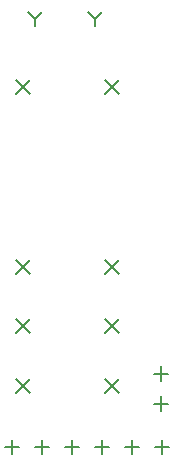
<source format=gbr>
G04 DipTrace 2.4.0.2*
%INthrough.gbr*%
%MOIN*%
G04 Drill Symbols*
G04 D=0.04 - Cross*
G04 D=0.0551 - X*
G04 D=0.0591 - Y*
%ADD10C,0.008*%
%FSLAX44Y44*%
G04*
G70*
G90*
G75*
G01*
X4690Y5488D2*
D10*
Y5018D1*
X4455Y5253D2*
X4925D1*
X5690Y5488D2*
Y5018D1*
X5455Y5253D2*
X5925D1*
X6690Y5488D2*
Y5018D1*
X6455Y5253D2*
X6925D1*
X7690Y5488D2*
Y5018D1*
X7455Y5253D2*
X7925D1*
X8690Y5488D2*
Y5018D1*
X8455Y5253D2*
X8925D1*
X9690Y5488D2*
Y5018D1*
X9455Y5253D2*
X9925D1*
X9628Y6925D2*
Y6455D1*
X9393Y6690D2*
X9863D1*
X9628Y7925D2*
Y7455D1*
X9393Y7690D2*
X9863D1*
X7766Y17487D2*
X8236Y17017D1*
Y17487D2*
X7766Y17017D1*
X4814Y17487D2*
X5284Y17017D1*
Y17487D2*
X4814Y17017D1*
X7766Y11479D2*
X8236Y11009D1*
Y11479D2*
X7766Y11009D1*
Y9495D2*
X8236Y9025D1*
Y9495D2*
X7766Y9025D1*
Y7510D2*
X8236Y7040D1*
Y7510D2*
X7766Y7040D1*
X4814Y11479D2*
X5284Y11009D1*
Y11479D2*
X4814Y11009D1*
Y9495D2*
X5284Y9025D1*
Y9495D2*
X4814Y9025D1*
Y7510D2*
X5284Y7040D1*
Y7510D2*
X4814Y7040D1*
X5205Y19739D2*
X5440Y19504D1*
X5675Y19739D1*
X5440Y19504D2*
Y19269D1*
X7205Y19739D2*
X7440Y19504D1*
X7675Y19739D1*
X7440Y19504D2*
Y19269D1*
M02*

</source>
